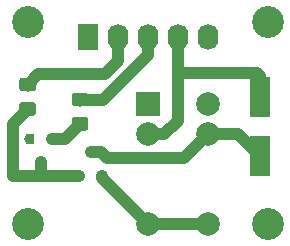
<source format=gbr>
G04 #@! TF.GenerationSoftware,KiCad,Pcbnew,(5.1.2)-2*
G04 #@! TF.CreationDate,2019-12-14T12:33:53+00:00*
G04 #@! TF.ProjectId,PlutoPTT,506c7574-6f50-4545-942e-6b696361645f,rev?*
G04 #@! TF.SameCoordinates,Original*
G04 #@! TF.FileFunction,Copper,L1,Top*
G04 #@! TF.FilePolarity,Positive*
%FSLAX46Y46*%
G04 Gerber Fmt 4.6, Leading zero omitted, Abs format (unit mm)*
G04 Created by KiCad (PCBNEW (5.1.2)-2) date 2019-12-14 12:33:53*
%MOMM*%
%LPD*%
G04 APERTURE LIST*
%ADD10R,1.740000X2.200000*%
%ADD11O,1.740000X2.200000*%
%ADD12C,2.000000*%
%ADD13R,2.000000X2.000000*%
%ADD14R,0.800000X0.900000*%
%ADD15C,0.100000*%
%ADD16C,1.150000*%
%ADD17R,1.800000X3.500000*%
%ADD18C,2.700000*%
%ADD19C,0.800000*%
%ADD20C,1.000000*%
G04 APERTURE END LIST*
D10*
X64770000Y-41275000D03*
D11*
X67310000Y-41275000D03*
X69850000Y-41275000D03*
X72390000Y-41275000D03*
X74930000Y-41275000D03*
D12*
X74930000Y-46990000D03*
X74930000Y-49530000D03*
D13*
X69850000Y-46990000D03*
D12*
X69850000Y-49530000D03*
X74930000Y-57150000D03*
X69850000Y-57150000D03*
D14*
X64074000Y-53070000D03*
X65974000Y-53070000D03*
X65024000Y-51070000D03*
D15*
G36*
X60164505Y-46806204D02*
G01*
X60188773Y-46809804D01*
X60212572Y-46815765D01*
X60235671Y-46824030D01*
X60257850Y-46834520D01*
X60278893Y-46847132D01*
X60298599Y-46861747D01*
X60316777Y-46878223D01*
X60333253Y-46896401D01*
X60347868Y-46916107D01*
X60360480Y-46937150D01*
X60370970Y-46959329D01*
X60379235Y-46982428D01*
X60385196Y-47006227D01*
X60388796Y-47030495D01*
X60390000Y-47054999D01*
X60390000Y-47705001D01*
X60388796Y-47729505D01*
X60385196Y-47753773D01*
X60379235Y-47777572D01*
X60370970Y-47800671D01*
X60360480Y-47822850D01*
X60347868Y-47843893D01*
X60333253Y-47863599D01*
X60316777Y-47881777D01*
X60298599Y-47898253D01*
X60278893Y-47912868D01*
X60257850Y-47925480D01*
X60235671Y-47935970D01*
X60212572Y-47944235D01*
X60188773Y-47950196D01*
X60164505Y-47953796D01*
X60140001Y-47955000D01*
X59239999Y-47955000D01*
X59215495Y-47953796D01*
X59191227Y-47950196D01*
X59167428Y-47944235D01*
X59144329Y-47935970D01*
X59122150Y-47925480D01*
X59101107Y-47912868D01*
X59081401Y-47898253D01*
X59063223Y-47881777D01*
X59046747Y-47863599D01*
X59032132Y-47843893D01*
X59019520Y-47822850D01*
X59009030Y-47800671D01*
X59000765Y-47777572D01*
X58994804Y-47753773D01*
X58991204Y-47729505D01*
X58990000Y-47705001D01*
X58990000Y-47054999D01*
X58991204Y-47030495D01*
X58994804Y-47006227D01*
X59000765Y-46982428D01*
X59009030Y-46959329D01*
X59019520Y-46937150D01*
X59032132Y-46916107D01*
X59046747Y-46896401D01*
X59063223Y-46878223D01*
X59081401Y-46861747D01*
X59101107Y-46847132D01*
X59122150Y-46834520D01*
X59144329Y-46824030D01*
X59167428Y-46815765D01*
X59191227Y-46809804D01*
X59215495Y-46806204D01*
X59239999Y-46805000D01*
X60140001Y-46805000D01*
X60164505Y-46806204D01*
X60164505Y-46806204D01*
G37*
D16*
X59690000Y-47380000D03*
D15*
G36*
X60164505Y-44756204D02*
G01*
X60188773Y-44759804D01*
X60212572Y-44765765D01*
X60235671Y-44774030D01*
X60257850Y-44784520D01*
X60278893Y-44797132D01*
X60298599Y-44811747D01*
X60316777Y-44828223D01*
X60333253Y-44846401D01*
X60347868Y-44866107D01*
X60360480Y-44887150D01*
X60370970Y-44909329D01*
X60379235Y-44932428D01*
X60385196Y-44956227D01*
X60388796Y-44980495D01*
X60390000Y-45004999D01*
X60390000Y-45655001D01*
X60388796Y-45679505D01*
X60385196Y-45703773D01*
X60379235Y-45727572D01*
X60370970Y-45750671D01*
X60360480Y-45772850D01*
X60347868Y-45793893D01*
X60333253Y-45813599D01*
X60316777Y-45831777D01*
X60298599Y-45848253D01*
X60278893Y-45862868D01*
X60257850Y-45875480D01*
X60235671Y-45885970D01*
X60212572Y-45894235D01*
X60188773Y-45900196D01*
X60164505Y-45903796D01*
X60140001Y-45905000D01*
X59239999Y-45905000D01*
X59215495Y-45903796D01*
X59191227Y-45900196D01*
X59167428Y-45894235D01*
X59144329Y-45885970D01*
X59122150Y-45875480D01*
X59101107Y-45862868D01*
X59081401Y-45848253D01*
X59063223Y-45831777D01*
X59046747Y-45813599D01*
X59032132Y-45793893D01*
X59019520Y-45772850D01*
X59009030Y-45750671D01*
X59000765Y-45727572D01*
X58994804Y-45703773D01*
X58991204Y-45679505D01*
X58990000Y-45655001D01*
X58990000Y-45004999D01*
X58991204Y-44980495D01*
X58994804Y-44956227D01*
X59000765Y-44932428D01*
X59009030Y-44909329D01*
X59019520Y-44887150D01*
X59032132Y-44866107D01*
X59046747Y-44846401D01*
X59063223Y-44828223D01*
X59081401Y-44811747D01*
X59101107Y-44797132D01*
X59122150Y-44784520D01*
X59144329Y-44774030D01*
X59167428Y-44765765D01*
X59191227Y-44759804D01*
X59215495Y-44756204D01*
X59239999Y-44755000D01*
X60140001Y-44755000D01*
X60164505Y-44756204D01*
X60164505Y-44756204D01*
G37*
D16*
X59690000Y-45330000D03*
D15*
G36*
X64609505Y-46026204D02*
G01*
X64633773Y-46029804D01*
X64657572Y-46035765D01*
X64680671Y-46044030D01*
X64702850Y-46054520D01*
X64723893Y-46067132D01*
X64743599Y-46081747D01*
X64761777Y-46098223D01*
X64778253Y-46116401D01*
X64792868Y-46136107D01*
X64805480Y-46157150D01*
X64815970Y-46179329D01*
X64824235Y-46202428D01*
X64830196Y-46226227D01*
X64833796Y-46250495D01*
X64835000Y-46274999D01*
X64835000Y-46925001D01*
X64833796Y-46949505D01*
X64830196Y-46973773D01*
X64824235Y-46997572D01*
X64815970Y-47020671D01*
X64805480Y-47042850D01*
X64792868Y-47063893D01*
X64778253Y-47083599D01*
X64761777Y-47101777D01*
X64743599Y-47118253D01*
X64723893Y-47132868D01*
X64702850Y-47145480D01*
X64680671Y-47155970D01*
X64657572Y-47164235D01*
X64633773Y-47170196D01*
X64609505Y-47173796D01*
X64585001Y-47175000D01*
X63684999Y-47175000D01*
X63660495Y-47173796D01*
X63636227Y-47170196D01*
X63612428Y-47164235D01*
X63589329Y-47155970D01*
X63567150Y-47145480D01*
X63546107Y-47132868D01*
X63526401Y-47118253D01*
X63508223Y-47101777D01*
X63491747Y-47083599D01*
X63477132Y-47063893D01*
X63464520Y-47042850D01*
X63454030Y-47020671D01*
X63445765Y-46997572D01*
X63439804Y-46973773D01*
X63436204Y-46949505D01*
X63435000Y-46925001D01*
X63435000Y-46274999D01*
X63436204Y-46250495D01*
X63439804Y-46226227D01*
X63445765Y-46202428D01*
X63454030Y-46179329D01*
X63464520Y-46157150D01*
X63477132Y-46136107D01*
X63491747Y-46116401D01*
X63508223Y-46098223D01*
X63526401Y-46081747D01*
X63546107Y-46067132D01*
X63567150Y-46054520D01*
X63589329Y-46044030D01*
X63612428Y-46035765D01*
X63636227Y-46029804D01*
X63660495Y-46026204D01*
X63684999Y-46025000D01*
X64585001Y-46025000D01*
X64609505Y-46026204D01*
X64609505Y-46026204D01*
G37*
D16*
X64135000Y-46600000D03*
D15*
G36*
X64609505Y-48076204D02*
G01*
X64633773Y-48079804D01*
X64657572Y-48085765D01*
X64680671Y-48094030D01*
X64702850Y-48104520D01*
X64723893Y-48117132D01*
X64743599Y-48131747D01*
X64761777Y-48148223D01*
X64778253Y-48166401D01*
X64792868Y-48186107D01*
X64805480Y-48207150D01*
X64815970Y-48229329D01*
X64824235Y-48252428D01*
X64830196Y-48276227D01*
X64833796Y-48300495D01*
X64835000Y-48324999D01*
X64835000Y-48975001D01*
X64833796Y-48999505D01*
X64830196Y-49023773D01*
X64824235Y-49047572D01*
X64815970Y-49070671D01*
X64805480Y-49092850D01*
X64792868Y-49113893D01*
X64778253Y-49133599D01*
X64761777Y-49151777D01*
X64743599Y-49168253D01*
X64723893Y-49182868D01*
X64702850Y-49195480D01*
X64680671Y-49205970D01*
X64657572Y-49214235D01*
X64633773Y-49220196D01*
X64609505Y-49223796D01*
X64585001Y-49225000D01*
X63684999Y-49225000D01*
X63660495Y-49223796D01*
X63636227Y-49220196D01*
X63612428Y-49214235D01*
X63589329Y-49205970D01*
X63567150Y-49195480D01*
X63546107Y-49182868D01*
X63526401Y-49168253D01*
X63508223Y-49151777D01*
X63491747Y-49133599D01*
X63477132Y-49113893D01*
X63464520Y-49092850D01*
X63454030Y-49070671D01*
X63445765Y-49047572D01*
X63439804Y-49023773D01*
X63436204Y-48999505D01*
X63435000Y-48975001D01*
X63435000Y-48324999D01*
X63436204Y-48300495D01*
X63439804Y-48276227D01*
X63445765Y-48252428D01*
X63454030Y-48229329D01*
X63464520Y-48207150D01*
X63477132Y-48186107D01*
X63491747Y-48166401D01*
X63508223Y-48148223D01*
X63526401Y-48131747D01*
X63546107Y-48117132D01*
X63567150Y-48104520D01*
X63589329Y-48094030D01*
X63612428Y-48085765D01*
X63636227Y-48079804D01*
X63660495Y-48076204D01*
X63684999Y-48075000D01*
X64585001Y-48075000D01*
X64609505Y-48076204D01*
X64609505Y-48076204D01*
G37*
D16*
X64135000Y-48650000D03*
D17*
X79375000Y-51395000D03*
X79375000Y-46395000D03*
D14*
X61783000Y-49927000D03*
X59883000Y-49927000D03*
X60833000Y-51927000D03*
D18*
X59690000Y-40005000D03*
X80010000Y-40005000D03*
X80010000Y-57150000D03*
X59690000Y-57150000D03*
D19*
X59817000Y-49911000D03*
X65974000Y-53070000D03*
D20*
X66049000Y-46600000D02*
X64135000Y-46600000D01*
X69850000Y-41275000D02*
X69850000Y-42799000D01*
X69850000Y-42799000D02*
X66049000Y-46600000D01*
X65924000Y-51070000D02*
X66416000Y-51562000D01*
X65024000Y-51070000D02*
X65924000Y-51070000D01*
X72898000Y-51562000D02*
X74930000Y-49530000D01*
X66416000Y-51562000D02*
X72898000Y-51562000D01*
X77510000Y-49530000D02*
X79375000Y-51395000D01*
X74930000Y-49530000D02*
X77510000Y-49530000D01*
X71264213Y-49530000D02*
X69850000Y-49530000D01*
X72390000Y-48404213D02*
X71264213Y-49530000D01*
X79375000Y-46395000D02*
X79375000Y-44577000D01*
X79121000Y-44323000D02*
X72390000Y-44323000D01*
X79375000Y-44577000D02*
X79121000Y-44323000D01*
X72390000Y-41275000D02*
X72390000Y-44323000D01*
X72390000Y-44323000D02*
X72390000Y-48404213D01*
X74930000Y-57150000D02*
X69850000Y-57150000D01*
X65974000Y-53274000D02*
X69850000Y-57150000D01*
X65974000Y-53070000D02*
X65974000Y-53070000D01*
X65974000Y-53070000D02*
X65974000Y-53274000D01*
X67310000Y-43375000D02*
X66235000Y-44450000D01*
X67310000Y-41275000D02*
X67310000Y-43375000D01*
X60570000Y-44450000D02*
X59690000Y-45330000D01*
X66235000Y-44450000D02*
X60570000Y-44450000D01*
X60833000Y-52832000D02*
X61071000Y-53070000D01*
X60833000Y-51927000D02*
X60833000Y-52832000D01*
X64074000Y-53070000D02*
X61071000Y-53070000D01*
X61071000Y-53070000D02*
X58436000Y-53070000D01*
X58436000Y-48634000D02*
X59690000Y-47380000D01*
X58436000Y-53070000D02*
X58436000Y-48634000D01*
X62858000Y-49927000D02*
X64135000Y-48650000D01*
X61783000Y-49927000D02*
X62858000Y-49927000D01*
M02*

</source>
